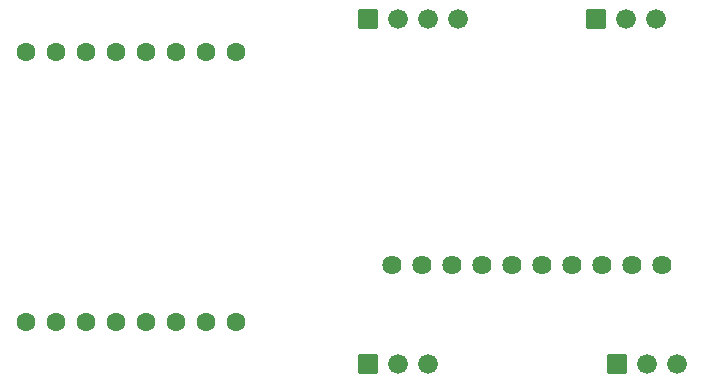
<source format=gbs>
G04 Layer: BottomSolderMaskLayer*
G04 EasyEDA v6.5.34, 2023-08-29 10:19:29*
G04 49c1189aaea244c0bf5c0b9dc7b8a4ca,07f4848b7c094117bb63b494a1dfdd33,10*
G04 Gerber Generator version 0.2*
G04 Scale: 100 percent, Rotated: No, Reflected: No *
G04 Dimensions in millimeters *
G04 leading zeros omitted , absolute positions ,4 integer and 5 decimal *
%FSLAX45Y45*%
%MOMM*%

%AMMACRO1*1,1,$1,$2,$3*1,1,$1,$4,$5*1,1,$1,0-$2,0-$3*1,1,$1,0-$4,0-$5*20,1,$1,$2,$3,$4,$5,0*20,1,$1,$4,$5,0-$2,0-$3,0*20,1,$1,0-$2,0-$3,0-$4,0-$5,0*20,1,$1,0-$4,0-$5,$2,$3,0*4,1,4,$2,$3,$4,$5,0-$2,0-$3,0-$4,0-$5,$2,$3,0*%
%ADD10C,1.6256*%
%ADD11MACRO1,0.1016X-0.7874X0.7874X0.7874X0.7874*%
%ADD12C,1.6764*%
%ADD13C,1.6080*%

%LPD*%
D10*
G01*
X4025900Y3543300D03*
G01*
X4279900Y3543300D03*
G01*
X4533900Y3543300D03*
G01*
X4787900Y3543300D03*
G01*
X5041900Y3543300D03*
G01*
X5295900Y3543300D03*
G01*
X5549900Y3543300D03*
G01*
X5803900Y3543300D03*
G01*
X6057900Y3543300D03*
G01*
X6311900Y3543300D03*
D11*
G01*
X3822700Y2705100D03*
D12*
G01*
X4076700Y2705100D03*
G01*
X4330700Y2705100D03*
D11*
G01*
X5753100Y5624322D03*
D12*
G01*
X6007100Y5624321D03*
G01*
X6261100Y5624321D03*
D11*
G01*
X3822700Y5625592D03*
D12*
G01*
X4076700Y5625592D03*
G01*
X4330700Y5625592D03*
G01*
X4584700Y5625592D03*
D11*
G01*
X5925565Y2705100D03*
D12*
G01*
X6179565Y2705100D03*
G01*
X6433565Y2705100D03*
D13*
G01*
X2705100Y3060700D03*
G01*
X2705100Y5346700D03*
G01*
X927100Y3060700D03*
G01*
X1181100Y3060700D03*
G01*
X1435100Y3060700D03*
G01*
X1689100Y3060700D03*
G01*
X1943100Y3060700D03*
G01*
X2197100Y3060700D03*
G01*
X2451100Y3060700D03*
G01*
X927100Y5346700D03*
G01*
X1181100Y5346700D03*
G01*
X1435100Y5346700D03*
G01*
X1689100Y5346700D03*
G01*
X1943100Y5346700D03*
G01*
X2197100Y5346700D03*
G01*
X2451100Y5346700D03*
M02*

</source>
